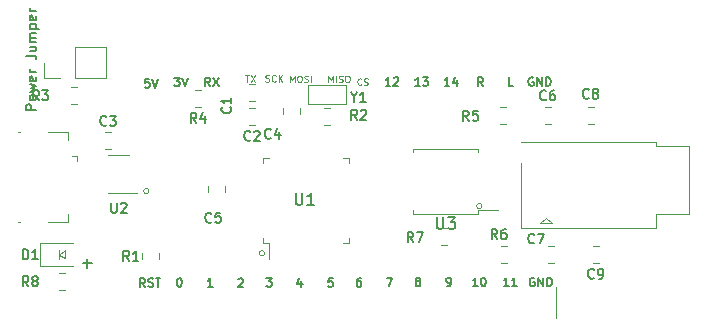
<source format=gbr>
%TF.GenerationSoftware,KiCad,Pcbnew,(5.1.6)-1*%
%TF.CreationDate,2020-10-29T00:16:48-05:00*%
%TF.ProjectId,VS1000BreakoutV2,56533130-3030-4427-9265-616b6f757456,rev?*%
%TF.SameCoordinates,Original*%
%TF.FileFunction,Legend,Top*%
%TF.FilePolarity,Positive*%
%FSLAX46Y46*%
G04 Gerber Fmt 4.6, Leading zero omitted, Abs format (unit mm)*
G04 Created by KiCad (PCBNEW (5.1.6)-1) date 2020-10-29 00:16:48*
%MOMM*%
%LPD*%
G01*
G04 APERTURE LIST*
%ADD10C,0.127000*%
%ADD11C,0.114300*%
%ADD12C,0.101600*%
%ADD13C,0.120000*%
%ADD14C,0.150000*%
%ADD15C,0.139700*%
G04 APERTURE END LIST*
D10*
X129058133Y-124907900D02*
X128990400Y-124874033D01*
X128888800Y-124874033D01*
X128787200Y-124907900D01*
X128719466Y-124975633D01*
X128685600Y-125043366D01*
X128651733Y-125178833D01*
X128651733Y-125280433D01*
X128685600Y-125415900D01*
X128719466Y-125483633D01*
X128787200Y-125551366D01*
X128888800Y-125585233D01*
X128956533Y-125585233D01*
X129058133Y-125551366D01*
X129092000Y-125517500D01*
X129092000Y-125280433D01*
X128956533Y-125280433D01*
X129396800Y-125585233D02*
X129396800Y-124874033D01*
X129803200Y-125585233D01*
X129803200Y-124874033D01*
X130141866Y-125585233D02*
X130141866Y-124874033D01*
X130311200Y-124874033D01*
X130412800Y-124907900D01*
X130480533Y-124975633D01*
X130514400Y-125043366D01*
X130548266Y-125178833D01*
X130548266Y-125280433D01*
X130514400Y-125415900D01*
X130480533Y-125483633D01*
X130412800Y-125551366D01*
X130311200Y-125585233D01*
X130141866Y-125585233D01*
X126864533Y-125585233D02*
X126458133Y-125585233D01*
X126661333Y-125585233D02*
X126661333Y-124874033D01*
X126593600Y-124975633D01*
X126525866Y-125043366D01*
X126458133Y-125077233D01*
X127541866Y-125585233D02*
X127135466Y-125585233D01*
X127338666Y-125585233D02*
X127338666Y-124874033D01*
X127270933Y-124975633D01*
X127203200Y-125043366D01*
X127135466Y-125077233D01*
X124264533Y-125585233D02*
X123858133Y-125585233D01*
X124061333Y-125585233D02*
X124061333Y-124874033D01*
X123993600Y-124975633D01*
X123925866Y-125043366D01*
X123858133Y-125077233D01*
X124704800Y-124874033D02*
X124772533Y-124874033D01*
X124840266Y-124907900D01*
X124874133Y-124941766D01*
X124908000Y-125009500D01*
X124941866Y-125144966D01*
X124941866Y-125314300D01*
X124908000Y-125449766D01*
X124874133Y-125517500D01*
X124840266Y-125551366D01*
X124772533Y-125585233D01*
X124704800Y-125585233D01*
X124637066Y-125551366D01*
X124603200Y-125517500D01*
X124569333Y-125449766D01*
X124535466Y-125314300D01*
X124535466Y-125144966D01*
X124569333Y-125009500D01*
X124603200Y-124941766D01*
X124637066Y-124907900D01*
X124704800Y-124874033D01*
X121664533Y-125585233D02*
X121800000Y-125585233D01*
X121867733Y-125551366D01*
X121901600Y-125517500D01*
X121969333Y-125415900D01*
X122003200Y-125280433D01*
X122003200Y-125009500D01*
X121969333Y-124941766D01*
X121935466Y-124907900D01*
X121867733Y-124874033D01*
X121732266Y-124874033D01*
X121664533Y-124907900D01*
X121630666Y-124941766D01*
X121596800Y-125009500D01*
X121596800Y-125178833D01*
X121630666Y-125246566D01*
X121664533Y-125280433D01*
X121732266Y-125314300D01*
X121867733Y-125314300D01*
X121935466Y-125280433D01*
X121969333Y-125246566D01*
X122003200Y-125178833D01*
X119132266Y-125178833D02*
X119064533Y-125144966D01*
X119030666Y-125111100D01*
X118996800Y-125043366D01*
X118996800Y-125009500D01*
X119030666Y-124941766D01*
X119064533Y-124907900D01*
X119132266Y-124874033D01*
X119267733Y-124874033D01*
X119335466Y-124907900D01*
X119369333Y-124941766D01*
X119403200Y-125009500D01*
X119403200Y-125043366D01*
X119369333Y-125111100D01*
X119335466Y-125144966D01*
X119267733Y-125178833D01*
X119132266Y-125178833D01*
X119064533Y-125212700D01*
X119030666Y-125246566D01*
X118996800Y-125314300D01*
X118996800Y-125449766D01*
X119030666Y-125517500D01*
X119064533Y-125551366D01*
X119132266Y-125585233D01*
X119267733Y-125585233D01*
X119335466Y-125551366D01*
X119369333Y-125517500D01*
X119403200Y-125449766D01*
X119403200Y-125314300D01*
X119369333Y-125246566D01*
X119335466Y-125212700D01*
X119267733Y-125178833D01*
X116562933Y-124874033D02*
X117037066Y-124874033D01*
X116732266Y-125585233D01*
X114335466Y-124924033D02*
X114200000Y-124924033D01*
X114132266Y-124957900D01*
X114098400Y-124991766D01*
X114030666Y-125093366D01*
X113996800Y-125228833D01*
X113996800Y-125499766D01*
X114030666Y-125567500D01*
X114064533Y-125601366D01*
X114132266Y-125635233D01*
X114267733Y-125635233D01*
X114335466Y-125601366D01*
X114369333Y-125567500D01*
X114403200Y-125499766D01*
X114403200Y-125330433D01*
X114369333Y-125262700D01*
X114335466Y-125228833D01*
X114267733Y-125194966D01*
X114132266Y-125194966D01*
X114064533Y-125228833D01*
X114030666Y-125262700D01*
X113996800Y-125330433D01*
X111969333Y-124924033D02*
X111630666Y-124924033D01*
X111596800Y-125262700D01*
X111630666Y-125228833D01*
X111698400Y-125194966D01*
X111867733Y-125194966D01*
X111935466Y-125228833D01*
X111969333Y-125262700D01*
X112003200Y-125330433D01*
X112003200Y-125499766D01*
X111969333Y-125567500D01*
X111935466Y-125601366D01*
X111867733Y-125635233D01*
X111698400Y-125635233D01*
X111630666Y-125601366D01*
X111596800Y-125567500D01*
X109335466Y-125161100D02*
X109335466Y-125635233D01*
X109166133Y-124890166D02*
X108996800Y-125398166D01*
X109437066Y-125398166D01*
X106362933Y-124924033D02*
X106803200Y-124924033D01*
X106566133Y-125194966D01*
X106667733Y-125194966D01*
X106735466Y-125228833D01*
X106769333Y-125262700D01*
X106803200Y-125330433D01*
X106803200Y-125499766D01*
X106769333Y-125567500D01*
X106735466Y-125601366D01*
X106667733Y-125635233D01*
X106464533Y-125635233D01*
X106396800Y-125601366D01*
X106362933Y-125567500D01*
X103996800Y-124991766D02*
X104030666Y-124957900D01*
X104098400Y-124924033D01*
X104267733Y-124924033D01*
X104335466Y-124957900D01*
X104369333Y-124991766D01*
X104403200Y-125059500D01*
X104403200Y-125127233D01*
X104369333Y-125228833D01*
X103962933Y-125635233D01*
X104403200Y-125635233D01*
X101803200Y-125635233D02*
X101396800Y-125635233D01*
X101600000Y-125635233D02*
X101600000Y-124924033D01*
X101532266Y-125025633D01*
X101464533Y-125093366D01*
X101396800Y-125127233D01*
X98966133Y-124924033D02*
X99033866Y-124924033D01*
X99101600Y-124957900D01*
X99135466Y-124991766D01*
X99169333Y-125059500D01*
X99203200Y-125194966D01*
X99203200Y-125364300D01*
X99169333Y-125499766D01*
X99135466Y-125567500D01*
X99101600Y-125601366D01*
X99033866Y-125635233D01*
X98966133Y-125635233D01*
X98898400Y-125601366D01*
X98864533Y-125567500D01*
X98830666Y-125499766D01*
X98796800Y-125364300D01*
X98796800Y-125194966D01*
X98830666Y-125059500D01*
X98864533Y-124991766D01*
X98898400Y-124957900D01*
X98966133Y-124924033D01*
X96110533Y-125635233D02*
X95873466Y-125296566D01*
X95704133Y-125635233D02*
X95704133Y-124924033D01*
X95975066Y-124924033D01*
X96042800Y-124957900D01*
X96076666Y-124991766D01*
X96110533Y-125059500D01*
X96110533Y-125161100D01*
X96076666Y-125228833D01*
X96042800Y-125262700D01*
X95975066Y-125296566D01*
X95704133Y-125296566D01*
X96381466Y-125601366D02*
X96483066Y-125635233D01*
X96652400Y-125635233D01*
X96720133Y-125601366D01*
X96754000Y-125567500D01*
X96787866Y-125499766D01*
X96787866Y-125432033D01*
X96754000Y-125364300D01*
X96720133Y-125330433D01*
X96652400Y-125296566D01*
X96516933Y-125262700D01*
X96449200Y-125228833D01*
X96415333Y-125194966D01*
X96381466Y-125127233D01*
X96381466Y-125059500D01*
X96415333Y-124991766D01*
X96449200Y-124957900D01*
X96516933Y-124924033D01*
X96686266Y-124924033D01*
X96787866Y-124957900D01*
X96991066Y-124924033D02*
X97397466Y-124924033D01*
X97194266Y-125635233D02*
X97194266Y-124924033D01*
X128958133Y-107957900D02*
X128890400Y-107924033D01*
X128788800Y-107924033D01*
X128687200Y-107957900D01*
X128619466Y-108025633D01*
X128585600Y-108093366D01*
X128551733Y-108228833D01*
X128551733Y-108330433D01*
X128585600Y-108465900D01*
X128619466Y-108533633D01*
X128687200Y-108601366D01*
X128788800Y-108635233D01*
X128856533Y-108635233D01*
X128958133Y-108601366D01*
X128992000Y-108567500D01*
X128992000Y-108330433D01*
X128856533Y-108330433D01*
X129296800Y-108635233D02*
X129296800Y-107924033D01*
X129703200Y-108635233D01*
X129703200Y-107924033D01*
X130041866Y-108635233D02*
X130041866Y-107924033D01*
X130211200Y-107924033D01*
X130312800Y-107957900D01*
X130380533Y-108025633D01*
X130414400Y-108093366D01*
X130448266Y-108228833D01*
X130448266Y-108330433D01*
X130414400Y-108465900D01*
X130380533Y-108533633D01*
X130312800Y-108601366D01*
X130211200Y-108635233D01*
X130041866Y-108635233D01*
X127220133Y-108635233D02*
X126881466Y-108635233D01*
X126881466Y-107924033D01*
X124720133Y-108635233D02*
X124483066Y-108296566D01*
X124313733Y-108635233D02*
X124313733Y-107924033D01*
X124584666Y-107924033D01*
X124652400Y-107957900D01*
X124686266Y-107991766D01*
X124720133Y-108059500D01*
X124720133Y-108161100D01*
X124686266Y-108228833D01*
X124652400Y-108262700D01*
X124584666Y-108296566D01*
X124313733Y-108296566D01*
X121864533Y-108635233D02*
X121458133Y-108635233D01*
X121661333Y-108635233D02*
X121661333Y-107924033D01*
X121593600Y-108025633D01*
X121525866Y-108093366D01*
X121458133Y-108127233D01*
X122474133Y-108161100D02*
X122474133Y-108635233D01*
X122304800Y-107890166D02*
X122135466Y-108398166D01*
X122575733Y-108398166D01*
X119364533Y-108635233D02*
X118958133Y-108635233D01*
X119161333Y-108635233D02*
X119161333Y-107924033D01*
X119093600Y-108025633D01*
X119025866Y-108093366D01*
X118958133Y-108127233D01*
X119601600Y-107924033D02*
X120041866Y-107924033D01*
X119804800Y-108194966D01*
X119906400Y-108194966D01*
X119974133Y-108228833D01*
X120008000Y-108262700D01*
X120041866Y-108330433D01*
X120041866Y-108499766D01*
X120008000Y-108567500D01*
X119974133Y-108601366D01*
X119906400Y-108635233D01*
X119703200Y-108635233D01*
X119635466Y-108601366D01*
X119601600Y-108567500D01*
X116864533Y-108635233D02*
X116458133Y-108635233D01*
X116661333Y-108635233D02*
X116661333Y-107924033D01*
X116593600Y-108025633D01*
X116525866Y-108093366D01*
X116458133Y-108127233D01*
X117135466Y-107991766D02*
X117169333Y-107957900D01*
X117237066Y-107924033D01*
X117406400Y-107924033D01*
X117474133Y-107957900D01*
X117508000Y-107991766D01*
X117541866Y-108059500D01*
X117541866Y-108127233D01*
X117508000Y-108228833D01*
X117101600Y-108635233D01*
X117541866Y-108635233D01*
D11*
X114406866Y-108513071D02*
X114380257Y-108539680D01*
X114300428Y-108566290D01*
X114247209Y-108566290D01*
X114167380Y-108539680D01*
X114114161Y-108486461D01*
X114087552Y-108433242D01*
X114060942Y-108326804D01*
X114060942Y-108246976D01*
X114087552Y-108140538D01*
X114114161Y-108087319D01*
X114167380Y-108034100D01*
X114247209Y-108007490D01*
X114300428Y-108007490D01*
X114380257Y-108034100D01*
X114406866Y-108060709D01*
X114619742Y-108539680D02*
X114699571Y-108566290D01*
X114832619Y-108566290D01*
X114885838Y-108539680D01*
X114912447Y-108513071D01*
X114939057Y-108459852D01*
X114939057Y-108406633D01*
X114912447Y-108353414D01*
X114885838Y-108326804D01*
X114832619Y-108300195D01*
X114726180Y-108273585D01*
X114672961Y-108246976D01*
X114646352Y-108220366D01*
X114619742Y-108167147D01*
X114619742Y-108113928D01*
X114646352Y-108060709D01*
X114672961Y-108034100D01*
X114726180Y-108007490D01*
X114859228Y-108007490D01*
X114939057Y-108034100D01*
X111621885Y-108316290D02*
X111621885Y-107757490D01*
X111808152Y-108156633D01*
X111994419Y-107757490D01*
X111994419Y-108316290D01*
X112260514Y-108316290D02*
X112260514Y-107757490D01*
X112500000Y-108289680D02*
X112579828Y-108316290D01*
X112712876Y-108316290D01*
X112766095Y-108289680D01*
X112792704Y-108263071D01*
X112819314Y-108209852D01*
X112819314Y-108156633D01*
X112792704Y-108103414D01*
X112766095Y-108076804D01*
X112712876Y-108050195D01*
X112606438Y-108023585D01*
X112553219Y-107996976D01*
X112526609Y-107970366D01*
X112500000Y-107917147D01*
X112500000Y-107863928D01*
X112526609Y-107810709D01*
X112553219Y-107784100D01*
X112606438Y-107757490D01*
X112739485Y-107757490D01*
X112819314Y-107784100D01*
X113165238Y-107757490D02*
X113271676Y-107757490D01*
X113324895Y-107784100D01*
X113378114Y-107837319D01*
X113404723Y-107943757D01*
X113404723Y-108130023D01*
X113378114Y-108236461D01*
X113324895Y-108289680D01*
X113271676Y-108316290D01*
X113165238Y-108316290D01*
X113112019Y-108289680D01*
X113058800Y-108236461D01*
X113032190Y-108130023D01*
X113032190Y-107943757D01*
X113058800Y-107837319D01*
X113112019Y-107784100D01*
X113165238Y-107757490D01*
X108371885Y-108316290D02*
X108371885Y-107757490D01*
X108558152Y-108156633D01*
X108744419Y-107757490D01*
X108744419Y-108316290D01*
X109116952Y-107757490D02*
X109223390Y-107757490D01*
X109276609Y-107784100D01*
X109329828Y-107837319D01*
X109356438Y-107943757D01*
X109356438Y-108130023D01*
X109329828Y-108236461D01*
X109276609Y-108289680D01*
X109223390Y-108316290D01*
X109116952Y-108316290D01*
X109063733Y-108289680D01*
X109010514Y-108236461D01*
X108983904Y-108130023D01*
X108983904Y-107943757D01*
X109010514Y-107837319D01*
X109063733Y-107784100D01*
X109116952Y-107757490D01*
X109569314Y-108289680D02*
X109649142Y-108316290D01*
X109782190Y-108316290D01*
X109835409Y-108289680D01*
X109862019Y-108263071D01*
X109888628Y-108209852D01*
X109888628Y-108156633D01*
X109862019Y-108103414D01*
X109835409Y-108076804D01*
X109782190Y-108050195D01*
X109675752Y-108023585D01*
X109622533Y-107996976D01*
X109595923Y-107970366D01*
X109569314Y-107917147D01*
X109569314Y-107863928D01*
X109595923Y-107810709D01*
X109622533Y-107784100D01*
X109675752Y-107757490D01*
X109808800Y-107757490D01*
X109888628Y-107784100D01*
X110128114Y-108316290D02*
X110128114Y-107757490D01*
D12*
X106281542Y-108239680D02*
X106361371Y-108266290D01*
X106494419Y-108266290D01*
X106547638Y-108239680D01*
X106574247Y-108213071D01*
X106600857Y-108159852D01*
X106600857Y-108106633D01*
X106574247Y-108053414D01*
X106547638Y-108026804D01*
X106494419Y-108000195D01*
X106387980Y-107973585D01*
X106334761Y-107946976D01*
X106308152Y-107920366D01*
X106281542Y-107867147D01*
X106281542Y-107813928D01*
X106308152Y-107760709D01*
X106334761Y-107734100D01*
X106387980Y-107707490D01*
X106521028Y-107707490D01*
X106600857Y-107734100D01*
X107159657Y-108213071D02*
X107133047Y-108239680D01*
X107053219Y-108266290D01*
X107000000Y-108266290D01*
X106920171Y-108239680D01*
X106866952Y-108186461D01*
X106840342Y-108133242D01*
X106813733Y-108026804D01*
X106813733Y-107946976D01*
X106840342Y-107840538D01*
X106866952Y-107787319D01*
X106920171Y-107734100D01*
X107000000Y-107707490D01*
X107053219Y-107707490D01*
X107133047Y-107734100D01*
X107159657Y-107760709D01*
X107399142Y-108266290D02*
X107399142Y-107707490D01*
X107718457Y-108266290D02*
X107478971Y-107946976D01*
X107718457Y-107707490D02*
X107399142Y-108026804D01*
D11*
X104574247Y-107707490D02*
X104893561Y-107707490D01*
X104733904Y-108266290D02*
X104733904Y-107707490D01*
X105026609Y-107707490D02*
X105399142Y-108266290D01*
X105399142Y-107707490D02*
X105026609Y-108266290D01*
D10*
X101608466Y-108652733D02*
X101371400Y-108314066D01*
X101202066Y-108652733D02*
X101202066Y-107941533D01*
X101473000Y-107941533D01*
X101540733Y-107975400D01*
X101574600Y-108009266D01*
X101608466Y-108077000D01*
X101608466Y-108178600D01*
X101574600Y-108246333D01*
X101540733Y-108280200D01*
X101473000Y-108314066D01*
X101202066Y-108314066D01*
X101845533Y-107941533D02*
X102319666Y-108652733D01*
X102319666Y-107941533D02*
X101845533Y-108652733D01*
X98581633Y-107941533D02*
X99021900Y-107941533D01*
X98784833Y-108212466D01*
X98886433Y-108212466D01*
X98954166Y-108246333D01*
X98988033Y-108280200D01*
X99021900Y-108347933D01*
X99021900Y-108517266D01*
X98988033Y-108585000D01*
X98954166Y-108618866D01*
X98886433Y-108652733D01*
X98683233Y-108652733D01*
X98615500Y-108618866D01*
X98581633Y-108585000D01*
X99225100Y-107941533D02*
X99462166Y-108652733D01*
X99699233Y-107941533D01*
X96448033Y-108068533D02*
X96109366Y-108068533D01*
X96075500Y-108407200D01*
X96109366Y-108373333D01*
X96177100Y-108339466D01*
X96346433Y-108339466D01*
X96414166Y-108373333D01*
X96448033Y-108407200D01*
X96481900Y-108474933D01*
X96481900Y-108644266D01*
X96448033Y-108712000D01*
X96414166Y-108745866D01*
X96346433Y-108779733D01*
X96177100Y-108779733D01*
X96109366Y-108745866D01*
X96075500Y-108712000D01*
X96685100Y-108068533D02*
X96922166Y-108779733D01*
X97159233Y-108068533D01*
D13*
X96431453Y-117538500D02*
G75*
G03*
X96431453Y-117538500I-228953J0D01*
G01*
X124625453Y-118808500D02*
G75*
G03*
X124625453Y-118808500I-228953J0D01*
G01*
X106210453Y-122809000D02*
G75*
G03*
X106210453Y-122809000I-228953J0D01*
G01*
D14*
X90805047Y-123642428D02*
X91566952Y-123642428D01*
X91186000Y-124023380D02*
X91186000Y-123261476D01*
D13*
X88773000Y-122936000D02*
X89281000Y-122555000D01*
X89281000Y-123190000D02*
X88773000Y-122936000D01*
X89281000Y-122555000D02*
X89281000Y-123190000D01*
X88773000Y-122555000D02*
X88773000Y-123317000D01*
%TO.C,J2*%
X130870000Y-128330000D02*
X130870000Y-125670000D01*
%TO.C,Y1*%
X113106000Y-110147000D02*
X113106000Y-108547000D01*
X113106000Y-108547000D02*
X109906000Y-108547000D01*
X109906000Y-108547000D02*
X109906000Y-110147000D01*
X109906000Y-110147000D02*
X113106000Y-110147000D01*
%TO.C,U2*%
X94753000Y-114468000D02*
X92953000Y-114468000D01*
X92953000Y-117688000D02*
X95403000Y-117688000D01*
%TO.C,U1*%
X113338000Y-115204000D02*
X113338000Y-114754000D01*
X113338000Y-114754000D02*
X112888000Y-114754000D01*
X113338000Y-121524000D02*
X113338000Y-121974000D01*
X113338000Y-121974000D02*
X112888000Y-121974000D01*
X106118000Y-115204000D02*
X106118000Y-114754000D01*
X106118000Y-114754000D02*
X106568000Y-114754000D01*
X106118000Y-121524000D02*
X106118000Y-121974000D01*
X106118000Y-121974000D02*
X106568000Y-121974000D01*
X106568000Y-121974000D02*
X106568000Y-123264000D01*
%TO.C,R7*%
X121153422Y-120702000D02*
X121670578Y-120702000D01*
X121153422Y-122122000D02*
X121670578Y-122122000D01*
%TO.C,R6*%
X126750578Y-123646000D02*
X126233422Y-123646000D01*
X126750578Y-122226000D02*
X126233422Y-122226000D01*
%TO.C,R5*%
X126623578Y-111835000D02*
X126106422Y-111835000D01*
X126623578Y-110415000D02*
X126106422Y-110415000D01*
%TO.C,R4*%
X100842578Y-110438000D02*
X100325422Y-110438000D01*
X100842578Y-109018000D02*
X100325422Y-109018000D01*
%TO.C,R3*%
X89784422Y-108764000D02*
X90301578Y-108764000D01*
X89784422Y-110184000D02*
X90301578Y-110184000D01*
%TO.C,R2*%
X111247422Y-110542000D02*
X111764578Y-110542000D01*
X111247422Y-111962000D02*
X111764578Y-111962000D01*
%TO.C,R1*%
X95810000Y-123321578D02*
X95810000Y-122804422D01*
X97230000Y-123321578D02*
X97230000Y-122804422D01*
%TO.C,J5*%
X139348000Y-113700000D02*
X142148000Y-113700000D01*
X139348000Y-119500000D02*
X142148000Y-119500000D01*
X139348000Y-120700000D02*
X127948000Y-120700000D01*
X142148000Y-119500000D02*
X142148000Y-113700000D01*
X139348000Y-113400000D02*
X139348000Y-113700000D01*
X139348000Y-119500000D02*
X139348000Y-120700000D01*
X127939800Y-115150900D02*
X127948000Y-120700000D01*
X139348000Y-113400000D02*
X127948000Y-113400000D01*
X130022600Y-119779900D02*
X129522600Y-120279900D01*
X129522600Y-120279900D02*
X130522600Y-120279900D01*
X130522600Y-120279900D02*
X130022600Y-119779900D01*
%TO.C,J3*%
X89594000Y-112522000D02*
X89594000Y-113182000D01*
X87864000Y-112522000D02*
X89594000Y-112522000D01*
X85294000Y-120142000D02*
X85504000Y-120142000D01*
X85294000Y-112522000D02*
X85504000Y-112522000D01*
X87864000Y-120142000D02*
X89594000Y-120142000D01*
X89594000Y-120142000D02*
X89594000Y-119492000D01*
X90294000Y-114572000D02*
X90294000Y-115022000D01*
X90294000Y-114572000D02*
X89904000Y-114572000D01*
%TO.C,J1*%
X92770000Y-108010000D02*
X92770000Y-105350000D01*
X90170000Y-108010000D02*
X92770000Y-108010000D01*
X90170000Y-105350000D02*
X92770000Y-105350000D01*
X90170000Y-108010000D02*
X90170000Y-105350000D01*
X88900000Y-108010000D02*
X87570000Y-108010000D01*
X87570000Y-108010000D02*
X87570000Y-106680000D01*
%TO.C,D1*%
X90027000Y-121976000D02*
X87167000Y-121976000D01*
X87167000Y-121976000D02*
X87167000Y-123896000D01*
X87167000Y-123896000D02*
X90027000Y-123896000D01*
%TO.C,C9*%
X134497578Y-123646000D02*
X133980422Y-123646000D01*
X134497578Y-122226000D02*
X133980422Y-122226000D01*
%TO.C,C8*%
X134116578Y-111835000D02*
X133599422Y-111835000D01*
X134116578Y-110415000D02*
X133599422Y-110415000D01*
%TO.C,C7*%
X130170422Y-122226000D02*
X130687578Y-122226000D01*
X130170422Y-123646000D02*
X130687578Y-123646000D01*
%TO.C,C6*%
X129916422Y-110415000D02*
X130433578Y-110415000D01*
X129916422Y-111835000D02*
X130433578Y-111835000D01*
%TO.C,C5*%
X102818000Y-117089422D02*
X102818000Y-117606578D01*
X101398000Y-117089422D02*
X101398000Y-117606578D01*
%TO.C,C4*%
X104897422Y-108510000D02*
X105414578Y-108510000D01*
X104897422Y-109930000D02*
X105414578Y-109930000D01*
%TO.C,C3*%
X92705422Y-112574000D02*
X93222578Y-112574000D01*
X92705422Y-113994000D02*
X93222578Y-113994000D01*
%TO.C,C2*%
X105414578Y-111962000D02*
X104897422Y-111962000D01*
X105414578Y-110542000D02*
X104897422Y-110542000D01*
%TO.C,C1*%
X107748000Y-111002578D02*
X107748000Y-110485422D01*
X109168000Y-111002578D02*
X109168000Y-110485422D01*
%TO.C,R8*%
X88768422Y-125932000D02*
X89285578Y-125932000D01*
X88768422Y-124512000D02*
X89285578Y-124512000D01*
%TO.C,U3*%
X124286500Y-119178000D02*
X125939000Y-119178000D01*
X124286500Y-119460500D02*
X124286500Y-119178000D01*
X121539000Y-119460500D02*
X124286500Y-119460500D01*
X118791500Y-119460500D02*
X118791500Y-119178000D01*
X121539000Y-119460500D02*
X118791500Y-119460500D01*
X124286500Y-113965500D02*
X124286500Y-114248000D01*
X121539000Y-113965500D02*
X124286500Y-113965500D01*
X118791500Y-113965500D02*
X118791500Y-114248000D01*
X121539000Y-113965500D02*
X118791500Y-113965500D01*
%TO.C,Y1*%
D15*
X113773857Y-109581042D02*
X113773857Y-109980185D01*
X113494457Y-109141985D02*
X113773857Y-109581042D01*
X114053257Y-109141985D01*
X114771714Y-109980185D02*
X114292742Y-109980185D01*
X114532228Y-109980185D02*
X114532228Y-109141985D01*
X114452400Y-109261728D01*
X114372571Y-109341557D01*
X114292742Y-109381471D01*
%TO.C,U2*%
X93214371Y-118518985D02*
X93214371Y-119197528D01*
X93254285Y-119277357D01*
X93294200Y-119317271D01*
X93374028Y-119357185D01*
X93533685Y-119357185D01*
X93613514Y-119317271D01*
X93653428Y-119277357D01*
X93693342Y-119197528D01*
X93693342Y-118518985D01*
X94052571Y-118598814D02*
X94092485Y-118558900D01*
X94172314Y-118518985D01*
X94371885Y-118518985D01*
X94451714Y-118558900D01*
X94491628Y-118598814D01*
X94531542Y-118678642D01*
X94531542Y-118758471D01*
X94491628Y-118878214D01*
X94012657Y-119357185D01*
X94531542Y-119357185D01*
%TO.C,U1*%
D14*
X108839095Y-117689380D02*
X108839095Y-118498904D01*
X108886714Y-118594142D01*
X108934333Y-118641761D01*
X109029571Y-118689380D01*
X109220047Y-118689380D01*
X109315285Y-118641761D01*
X109362904Y-118594142D01*
X109410523Y-118498904D01*
X109410523Y-117689380D01*
X110410523Y-118689380D02*
X109839095Y-118689380D01*
X110124809Y-118689380D02*
X110124809Y-117689380D01*
X110029571Y-117832238D01*
X109934333Y-117927476D01*
X109839095Y-117975095D01*
%TO.C,R7*%
D15*
X118795800Y-121854685D02*
X118516400Y-121455542D01*
X118316828Y-121854685D02*
X118316828Y-121016485D01*
X118636142Y-121016485D01*
X118715971Y-121056400D01*
X118755885Y-121096314D01*
X118795800Y-121176142D01*
X118795800Y-121295885D01*
X118755885Y-121375714D01*
X118715971Y-121415628D01*
X118636142Y-121455542D01*
X118316828Y-121455542D01*
X119075200Y-121016485D02*
X119634000Y-121016485D01*
X119274771Y-121854685D01*
%TO.C,R6*%
X125907800Y-121600685D02*
X125628400Y-121201542D01*
X125428828Y-121600685D02*
X125428828Y-120762485D01*
X125748142Y-120762485D01*
X125827971Y-120802400D01*
X125867885Y-120842314D01*
X125907800Y-120922142D01*
X125907800Y-121041885D01*
X125867885Y-121121714D01*
X125827971Y-121161628D01*
X125748142Y-121201542D01*
X125428828Y-121201542D01*
X126626257Y-120762485D02*
X126466600Y-120762485D01*
X126386771Y-120802400D01*
X126346857Y-120842314D01*
X126267028Y-120962057D01*
X126227114Y-121121714D01*
X126227114Y-121441028D01*
X126267028Y-121520857D01*
X126306942Y-121560771D01*
X126386771Y-121600685D01*
X126546428Y-121600685D01*
X126626257Y-121560771D01*
X126666171Y-121520857D01*
X126706085Y-121441028D01*
X126706085Y-121241457D01*
X126666171Y-121161628D01*
X126626257Y-121121714D01*
X126546428Y-121081800D01*
X126386771Y-121081800D01*
X126306942Y-121121714D01*
X126267028Y-121161628D01*
X126227114Y-121241457D01*
%TO.C,R5*%
X123494800Y-111567685D02*
X123215400Y-111168542D01*
X123015828Y-111567685D02*
X123015828Y-110729485D01*
X123335142Y-110729485D01*
X123414971Y-110769400D01*
X123454885Y-110809314D01*
X123494800Y-110889142D01*
X123494800Y-111008885D01*
X123454885Y-111088714D01*
X123414971Y-111128628D01*
X123335142Y-111168542D01*
X123015828Y-111168542D01*
X124253171Y-110729485D02*
X123854028Y-110729485D01*
X123814114Y-111128628D01*
X123854028Y-111088714D01*
X123933857Y-111048800D01*
X124133428Y-111048800D01*
X124213257Y-111088714D01*
X124253171Y-111128628D01*
X124293085Y-111208457D01*
X124293085Y-111408028D01*
X124253171Y-111487857D01*
X124213257Y-111527771D01*
X124133428Y-111567685D01*
X123933857Y-111567685D01*
X123854028Y-111527771D01*
X123814114Y-111487857D01*
%TO.C,R4*%
X100444300Y-111757185D02*
X100164900Y-111358042D01*
X99965328Y-111757185D02*
X99965328Y-110918985D01*
X100284642Y-110918985D01*
X100364471Y-110958900D01*
X100404385Y-110998814D01*
X100444300Y-111078642D01*
X100444300Y-111198385D01*
X100404385Y-111278214D01*
X100364471Y-111318128D01*
X100284642Y-111358042D01*
X99965328Y-111358042D01*
X101162757Y-111198385D02*
X101162757Y-111757185D01*
X100963185Y-110879071D02*
X100763614Y-111477785D01*
X101282500Y-111477785D01*
%TO.C,R3*%
X87109300Y-109853185D02*
X86829900Y-109454042D01*
X86630328Y-109853185D02*
X86630328Y-109014985D01*
X86949642Y-109014985D01*
X87029471Y-109054900D01*
X87069385Y-109094814D01*
X87109300Y-109174642D01*
X87109300Y-109294385D01*
X87069385Y-109374214D01*
X87029471Y-109414128D01*
X86949642Y-109454042D01*
X86630328Y-109454042D01*
X87388700Y-109014985D02*
X87907585Y-109014985D01*
X87628185Y-109334300D01*
X87747928Y-109334300D01*
X87827757Y-109374214D01*
X87867671Y-109414128D01*
X87907585Y-109493957D01*
X87907585Y-109693528D01*
X87867671Y-109773357D01*
X87827757Y-109813271D01*
X87747928Y-109853185D01*
X87508442Y-109853185D01*
X87428614Y-109813271D01*
X87388700Y-109773357D01*
%TO.C,R2*%
X114033300Y-111504185D02*
X113753900Y-111105042D01*
X113554328Y-111504185D02*
X113554328Y-110665985D01*
X113873642Y-110665985D01*
X113953471Y-110705900D01*
X113993385Y-110745814D01*
X114033300Y-110825642D01*
X114033300Y-110945385D01*
X113993385Y-111025214D01*
X113953471Y-111065128D01*
X113873642Y-111105042D01*
X113554328Y-111105042D01*
X114352614Y-110745814D02*
X114392528Y-110705900D01*
X114472357Y-110665985D01*
X114671928Y-110665985D01*
X114751757Y-110705900D01*
X114791671Y-110745814D01*
X114831585Y-110825642D01*
X114831585Y-110905471D01*
X114791671Y-111025214D01*
X114312700Y-111504185D01*
X114831585Y-111504185D01*
%TO.C,R1*%
X94730300Y-123442185D02*
X94450900Y-123043042D01*
X94251328Y-123442185D02*
X94251328Y-122603985D01*
X94570642Y-122603985D01*
X94650471Y-122643900D01*
X94690385Y-122683814D01*
X94730300Y-122763642D01*
X94730300Y-122883385D01*
X94690385Y-122963214D01*
X94650471Y-123003128D01*
X94570642Y-123043042D01*
X94251328Y-123043042D01*
X95528585Y-123442185D02*
X95049614Y-123442185D01*
X95289100Y-123442185D02*
X95289100Y-122603985D01*
X95209271Y-122723728D01*
X95129442Y-122803557D01*
X95049614Y-122843471D01*
%TO.C,J1*%
X86866185Y-110656914D02*
X86027985Y-110656914D01*
X86027985Y-110337600D01*
X86067900Y-110257771D01*
X86107814Y-110217857D01*
X86187642Y-110177942D01*
X86307385Y-110177942D01*
X86387214Y-110217857D01*
X86427128Y-110257771D01*
X86467042Y-110337600D01*
X86467042Y-110656914D01*
X86866185Y-109698971D02*
X86826271Y-109778800D01*
X86786357Y-109818714D01*
X86706528Y-109858628D01*
X86467042Y-109858628D01*
X86387214Y-109818714D01*
X86347300Y-109778800D01*
X86307385Y-109698971D01*
X86307385Y-109579228D01*
X86347300Y-109499400D01*
X86387214Y-109459485D01*
X86467042Y-109419571D01*
X86706528Y-109419571D01*
X86786357Y-109459485D01*
X86826271Y-109499400D01*
X86866185Y-109579228D01*
X86866185Y-109698971D01*
X86307385Y-109140171D02*
X86866185Y-108980514D01*
X86467042Y-108820857D01*
X86866185Y-108661200D01*
X86307385Y-108501542D01*
X86826271Y-107862914D02*
X86866185Y-107942742D01*
X86866185Y-108102400D01*
X86826271Y-108182228D01*
X86746442Y-108222142D01*
X86427128Y-108222142D01*
X86347300Y-108182228D01*
X86307385Y-108102400D01*
X86307385Y-107942742D01*
X86347300Y-107862914D01*
X86427128Y-107823000D01*
X86506957Y-107823000D01*
X86586785Y-108222142D01*
X86866185Y-107463771D02*
X86307385Y-107463771D01*
X86467042Y-107463771D02*
X86387214Y-107423857D01*
X86347300Y-107383942D01*
X86307385Y-107304114D01*
X86307385Y-107224285D01*
X86027985Y-106066771D02*
X86626700Y-106066771D01*
X86746442Y-106106685D01*
X86826271Y-106186514D01*
X86866185Y-106306257D01*
X86866185Y-106386085D01*
X86307385Y-105308400D02*
X86866185Y-105308400D01*
X86307385Y-105667628D02*
X86746442Y-105667628D01*
X86826271Y-105627714D01*
X86866185Y-105547885D01*
X86866185Y-105428142D01*
X86826271Y-105348314D01*
X86786357Y-105308400D01*
X86866185Y-104909257D02*
X86307385Y-104909257D01*
X86387214Y-104909257D02*
X86347300Y-104869342D01*
X86307385Y-104789514D01*
X86307385Y-104669771D01*
X86347300Y-104589942D01*
X86427128Y-104550028D01*
X86866185Y-104550028D01*
X86427128Y-104550028D02*
X86347300Y-104510114D01*
X86307385Y-104430285D01*
X86307385Y-104310542D01*
X86347300Y-104230714D01*
X86427128Y-104190800D01*
X86866185Y-104190800D01*
X86307385Y-103791657D02*
X87145585Y-103791657D01*
X86347300Y-103791657D02*
X86307385Y-103711828D01*
X86307385Y-103552171D01*
X86347300Y-103472342D01*
X86387214Y-103432428D01*
X86467042Y-103392514D01*
X86706528Y-103392514D01*
X86786357Y-103432428D01*
X86826271Y-103472342D01*
X86866185Y-103552171D01*
X86866185Y-103711828D01*
X86826271Y-103791657D01*
X86826271Y-102713971D02*
X86866185Y-102793800D01*
X86866185Y-102953457D01*
X86826271Y-103033285D01*
X86746442Y-103073200D01*
X86427128Y-103073200D01*
X86347300Y-103033285D01*
X86307385Y-102953457D01*
X86307385Y-102793800D01*
X86347300Y-102713971D01*
X86427128Y-102674057D01*
X86506957Y-102674057D01*
X86586785Y-103073200D01*
X86866185Y-102314828D02*
X86307385Y-102314828D01*
X86467042Y-102314828D02*
X86387214Y-102274914D01*
X86347300Y-102235000D01*
X86307385Y-102155171D01*
X86307385Y-102075342D01*
%TO.C,D1*%
X85741328Y-123315185D02*
X85741328Y-122476985D01*
X85940900Y-122476985D01*
X86060642Y-122516900D01*
X86140471Y-122596728D01*
X86180385Y-122676557D01*
X86220300Y-122836214D01*
X86220300Y-122955957D01*
X86180385Y-123115614D01*
X86140471Y-123195442D01*
X86060642Y-123275271D01*
X85940900Y-123315185D01*
X85741328Y-123315185D01*
X87018585Y-123315185D02*
X86539614Y-123315185D01*
X86779100Y-123315185D02*
X86779100Y-122476985D01*
X86699271Y-122596728D01*
X86619442Y-122676557D01*
X86539614Y-122716471D01*
%TO.C,C9*%
X134099300Y-124885357D02*
X134059385Y-124925271D01*
X133939642Y-124965185D01*
X133859814Y-124965185D01*
X133740071Y-124925271D01*
X133660242Y-124845442D01*
X133620328Y-124765614D01*
X133580414Y-124605957D01*
X133580414Y-124486214D01*
X133620328Y-124326557D01*
X133660242Y-124246728D01*
X133740071Y-124166900D01*
X133859814Y-124126985D01*
X133939642Y-124126985D01*
X134059385Y-124166900D01*
X134099300Y-124206814D01*
X134498442Y-124965185D02*
X134658100Y-124965185D01*
X134737928Y-124925271D01*
X134777842Y-124885357D01*
X134857671Y-124765614D01*
X134897585Y-124605957D01*
X134897585Y-124286642D01*
X134857671Y-124206814D01*
X134817757Y-124166900D01*
X134737928Y-124126985D01*
X134578271Y-124126985D01*
X134498442Y-124166900D01*
X134458528Y-124206814D01*
X134418614Y-124286642D01*
X134418614Y-124486214D01*
X134458528Y-124566042D01*
X134498442Y-124605957D01*
X134578271Y-124645871D01*
X134737928Y-124645871D01*
X134817757Y-124605957D01*
X134857671Y-124566042D01*
X134897585Y-124486214D01*
%TO.C,C8*%
X133654800Y-109646357D02*
X133614885Y-109686271D01*
X133495142Y-109726185D01*
X133415314Y-109726185D01*
X133295571Y-109686271D01*
X133215742Y-109606442D01*
X133175828Y-109526614D01*
X133135914Y-109366957D01*
X133135914Y-109247214D01*
X133175828Y-109087557D01*
X133215742Y-109007728D01*
X133295571Y-108927900D01*
X133415314Y-108887985D01*
X133495142Y-108887985D01*
X133614885Y-108927900D01*
X133654800Y-108967814D01*
X134133771Y-109247214D02*
X134053942Y-109207300D01*
X134014028Y-109167385D01*
X133974114Y-109087557D01*
X133974114Y-109047642D01*
X134014028Y-108967814D01*
X134053942Y-108927900D01*
X134133771Y-108887985D01*
X134293428Y-108887985D01*
X134373257Y-108927900D01*
X134413171Y-108967814D01*
X134453085Y-109047642D01*
X134453085Y-109087557D01*
X134413171Y-109167385D01*
X134373257Y-109207300D01*
X134293428Y-109247214D01*
X134133771Y-109247214D01*
X134053942Y-109287128D01*
X134014028Y-109327042D01*
X133974114Y-109406871D01*
X133974114Y-109566528D01*
X134014028Y-109646357D01*
X134053942Y-109686271D01*
X134133771Y-109726185D01*
X134293428Y-109726185D01*
X134373257Y-109686271D01*
X134413171Y-109646357D01*
X134453085Y-109566528D01*
X134453085Y-109406871D01*
X134413171Y-109327042D01*
X134373257Y-109287128D01*
X134293428Y-109247214D01*
%TO.C,C7*%
X129060300Y-121899357D02*
X129020385Y-121939271D01*
X128900642Y-121979185D01*
X128820814Y-121979185D01*
X128701071Y-121939271D01*
X128621242Y-121859442D01*
X128581328Y-121779614D01*
X128541414Y-121619957D01*
X128541414Y-121500214D01*
X128581328Y-121340557D01*
X128621242Y-121260728D01*
X128701071Y-121180900D01*
X128820814Y-121140985D01*
X128900642Y-121140985D01*
X129020385Y-121180900D01*
X129060300Y-121220814D01*
X129339700Y-121140985D02*
X129898500Y-121140985D01*
X129539271Y-121979185D01*
%TO.C,C6*%
X130035300Y-109774357D02*
X129995385Y-109814271D01*
X129875642Y-109854185D01*
X129795814Y-109854185D01*
X129676071Y-109814271D01*
X129596242Y-109734442D01*
X129556328Y-109654614D01*
X129516414Y-109494957D01*
X129516414Y-109375214D01*
X129556328Y-109215557D01*
X129596242Y-109135728D01*
X129676071Y-109055900D01*
X129795814Y-109015985D01*
X129875642Y-109015985D01*
X129995385Y-109055900D01*
X130035300Y-109095814D01*
X130753757Y-109015985D02*
X130594100Y-109015985D01*
X130514271Y-109055900D01*
X130474357Y-109095814D01*
X130394528Y-109215557D01*
X130354614Y-109375214D01*
X130354614Y-109694528D01*
X130394528Y-109774357D01*
X130434442Y-109814271D01*
X130514271Y-109854185D01*
X130673928Y-109854185D01*
X130753757Y-109814271D01*
X130793671Y-109774357D01*
X130833585Y-109694528D01*
X130833585Y-109494957D01*
X130793671Y-109415128D01*
X130753757Y-109375214D01*
X130673928Y-109335300D01*
X130514271Y-109335300D01*
X130434442Y-109375214D01*
X130394528Y-109415128D01*
X130354614Y-109494957D01*
%TO.C,C5*%
X101714300Y-120123857D02*
X101674385Y-120163771D01*
X101554642Y-120203685D01*
X101474814Y-120203685D01*
X101355071Y-120163771D01*
X101275242Y-120083942D01*
X101235328Y-120004114D01*
X101195414Y-119844457D01*
X101195414Y-119724714D01*
X101235328Y-119565057D01*
X101275242Y-119485228D01*
X101355071Y-119405400D01*
X101474814Y-119365485D01*
X101554642Y-119365485D01*
X101674385Y-119405400D01*
X101714300Y-119445314D01*
X102472671Y-119365485D02*
X102073528Y-119365485D01*
X102033614Y-119764628D01*
X102073528Y-119724714D01*
X102153357Y-119684800D01*
X102352928Y-119684800D01*
X102432757Y-119724714D01*
X102472671Y-119764628D01*
X102512585Y-119844457D01*
X102512585Y-120044028D01*
X102472671Y-120123857D01*
X102432757Y-120163771D01*
X102352928Y-120203685D01*
X102153357Y-120203685D01*
X102073528Y-120163771D01*
X102033614Y-120123857D01*
%TO.C,C4*%
X106730800Y-113011857D02*
X106690885Y-113051771D01*
X106571142Y-113091685D01*
X106491314Y-113091685D01*
X106371571Y-113051771D01*
X106291742Y-112971942D01*
X106251828Y-112892114D01*
X106211914Y-112732457D01*
X106211914Y-112612714D01*
X106251828Y-112453057D01*
X106291742Y-112373228D01*
X106371571Y-112293400D01*
X106491314Y-112253485D01*
X106571142Y-112253485D01*
X106690885Y-112293400D01*
X106730800Y-112333314D01*
X107449257Y-112532885D02*
X107449257Y-113091685D01*
X107249685Y-112213571D02*
X107050114Y-112812285D01*
X107569000Y-112812285D01*
%TO.C,C3*%
X92824300Y-111933357D02*
X92784385Y-111973271D01*
X92664642Y-112013185D01*
X92584814Y-112013185D01*
X92465071Y-111973271D01*
X92385242Y-111893442D01*
X92345328Y-111813614D01*
X92305414Y-111653957D01*
X92305414Y-111534214D01*
X92345328Y-111374557D01*
X92385242Y-111294728D01*
X92465071Y-111214900D01*
X92584814Y-111174985D01*
X92664642Y-111174985D01*
X92784385Y-111214900D01*
X92824300Y-111254814D01*
X93103700Y-111174985D02*
X93622585Y-111174985D01*
X93343185Y-111494300D01*
X93462928Y-111494300D01*
X93542757Y-111534214D01*
X93582671Y-111574128D01*
X93622585Y-111653957D01*
X93622585Y-111853528D01*
X93582671Y-111933357D01*
X93542757Y-111973271D01*
X93462928Y-112013185D01*
X93223442Y-112013185D01*
X93143614Y-111973271D01*
X93103700Y-111933357D01*
%TO.C,C2*%
X105016300Y-113201357D02*
X104976385Y-113241271D01*
X104856642Y-113281185D01*
X104776814Y-113281185D01*
X104657071Y-113241271D01*
X104577242Y-113161442D01*
X104537328Y-113081614D01*
X104497414Y-112921957D01*
X104497414Y-112802214D01*
X104537328Y-112642557D01*
X104577242Y-112562728D01*
X104657071Y-112482900D01*
X104776814Y-112442985D01*
X104856642Y-112442985D01*
X104976385Y-112482900D01*
X105016300Y-112522814D01*
X105335614Y-112522814D02*
X105375528Y-112482900D01*
X105455357Y-112442985D01*
X105654928Y-112442985D01*
X105734757Y-112482900D01*
X105774671Y-112522814D01*
X105814585Y-112602642D01*
X105814585Y-112682471D01*
X105774671Y-112802214D01*
X105295700Y-113281185D01*
X105814585Y-113281185D01*
%TO.C,C1*%
X103296357Y-110439200D02*
X103336271Y-110479114D01*
X103376185Y-110598857D01*
X103376185Y-110678685D01*
X103336271Y-110798428D01*
X103256442Y-110878257D01*
X103176614Y-110918171D01*
X103016957Y-110958085D01*
X102897214Y-110958085D01*
X102737557Y-110918171D01*
X102657728Y-110878257D01*
X102577900Y-110798428D01*
X102537985Y-110678685D01*
X102537985Y-110598857D01*
X102577900Y-110479114D01*
X102617814Y-110439200D01*
X103376185Y-109640914D02*
X103376185Y-110119885D01*
X103376185Y-109880400D02*
X102537985Y-109880400D01*
X102657728Y-109960228D01*
X102737557Y-110040057D01*
X102777471Y-110119885D01*
%TO.C,R8*%
X86220300Y-125601185D02*
X85940900Y-125202042D01*
X85741328Y-125601185D02*
X85741328Y-124762985D01*
X86060642Y-124762985D01*
X86140471Y-124802900D01*
X86180385Y-124842814D01*
X86220300Y-124922642D01*
X86220300Y-125042385D01*
X86180385Y-125122214D01*
X86140471Y-125162128D01*
X86060642Y-125202042D01*
X85741328Y-125202042D01*
X86699271Y-125122214D02*
X86619442Y-125082300D01*
X86579528Y-125042385D01*
X86539614Y-124962557D01*
X86539614Y-124922642D01*
X86579528Y-124842814D01*
X86619442Y-124802900D01*
X86699271Y-124762985D01*
X86858928Y-124762985D01*
X86938757Y-124802900D01*
X86978671Y-124842814D01*
X87018585Y-124922642D01*
X87018585Y-124962557D01*
X86978671Y-125042385D01*
X86938757Y-125082300D01*
X86858928Y-125122214D01*
X86699271Y-125122214D01*
X86619442Y-125162128D01*
X86579528Y-125202042D01*
X86539614Y-125281871D01*
X86539614Y-125441528D01*
X86579528Y-125521357D01*
X86619442Y-125561271D01*
X86699271Y-125601185D01*
X86858928Y-125601185D01*
X86938757Y-125561271D01*
X86978671Y-125521357D01*
X87018585Y-125441528D01*
X87018585Y-125281871D01*
X86978671Y-125202042D01*
X86938757Y-125162128D01*
X86858928Y-125122214D01*
%TO.C,U3*%
D14*
X120777095Y-119755380D02*
X120777095Y-120564904D01*
X120824714Y-120660142D01*
X120872333Y-120707761D01*
X120967571Y-120755380D01*
X121158047Y-120755380D01*
X121253285Y-120707761D01*
X121300904Y-120660142D01*
X121348523Y-120564904D01*
X121348523Y-119755380D01*
X121729476Y-119755380D02*
X122348523Y-119755380D01*
X122015190Y-120136333D01*
X122158047Y-120136333D01*
X122253285Y-120183952D01*
X122300904Y-120231571D01*
X122348523Y-120326809D01*
X122348523Y-120564904D01*
X122300904Y-120660142D01*
X122253285Y-120707761D01*
X122158047Y-120755380D01*
X121872333Y-120755380D01*
X121777095Y-120707761D01*
X121729476Y-120660142D01*
%TD*%
M02*

</source>
